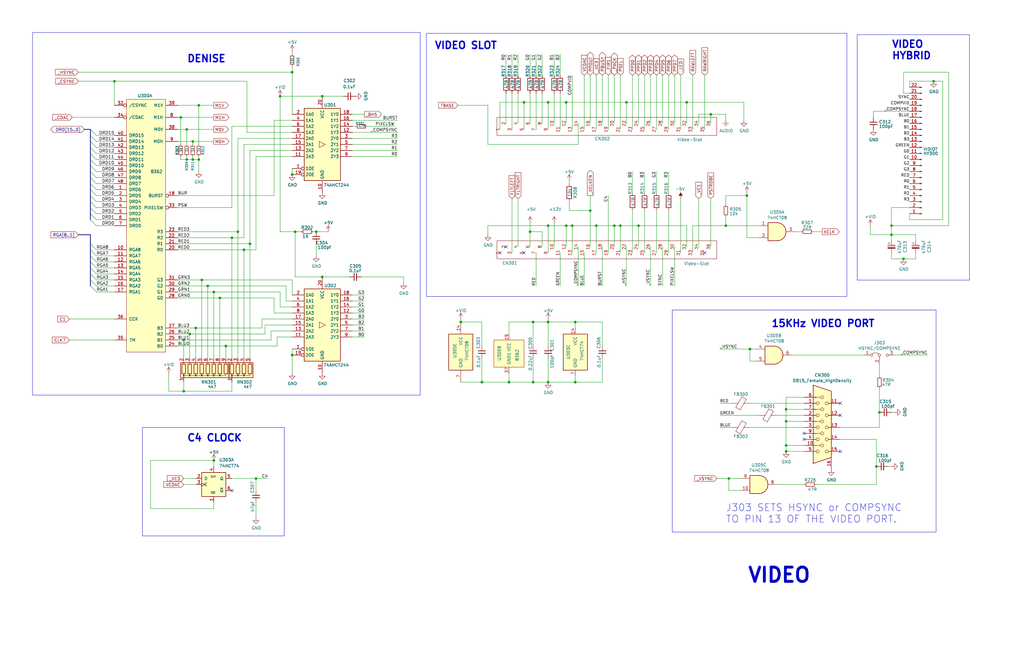
<source format=kicad_sch>
(kicad_sch (version 20231120) (generator "eeschema") (generator_version "8.0")
  (paper "B")
  (title_block (title "AMIGA PCI") (date "2025-03-12") (rev "5.1"))
  (junction (at 223.52 97.79))
  (junction (at 123.19 73.66))
  (junction (at 289.56 43.18))
  (junction (at 231.14 95.25))
  (junction (at 78.74 54.61))
  (junction (at 314.96 82.55))
  (junction (at 76.2 49.53))
  (junction (at 194.31 135.89))
  (junction (at 241.3 95.25))
  (junction (at 248.92 88.9))
  (junction (at 135.89 40.64))
  (junction (at 370.84 173.99))
  (junction (at 242.57 135.89))
  (junction (at 83.82 44.45))
  (junction (at 375.92 99.06))
  (junction (at 123.19 30.48))
  (junction (at 102.87 105.41))
  (junction (at 261.62 95.25))
  (junction (at 90.17 123.19))
  (junction (at 203.2 161.29))
  (junction (at 105.41 102.87))
  (junction (at 97.79 100.33))
  (junction (at 81.28 59.69))
  (junction (at 82.55 138.43))
  (junction (at 316.23 147.32))
  (junction (at 214.63 161.29))
  (junction (at 259.08 95.25))
  (junction (at 393.7 34.29))
  (junction (at 48.26 34.29))
  (junction (at 307.34 201.93))
  (junction (at 331.47 177.8))
  (junction (at 299.72 48.26))
  (junction (at 124.46 97.79))
  (junction (at 331.47 172.72))
  (junction (at 85.09 118.11))
  (junction (at 238.76 43.18))
  (junction (at 231.14 135.89))
  (junction (at 269.24 95.25))
  (junction (at 224.79 161.29))
  (junction (at 100.33 97.79))
  (junction (at 231.14 43.18))
  (junction (at 224.79 135.89))
  (junction (at 369.57 196.85))
  (junction (at 306.07 95.25))
  (junction (at 123.19 149.86))
  (junction (at 81.28 67.31))
  (junction (at 231.14 161.29))
  (junction (at 83.82 67.31))
  (junction (at 331.47 187.96))
  (junction (at 95.25 146.05))
  (junction (at 242.57 161.29))
  (junction (at 118.11 40.64))
  (junction (at 77.47 165.1))
  (junction (at 87.63 120.65))
  (junction (at 381 109.22))
  (junction (at 80.01 140.97))
  (junction (at 107.95 201.93))
  (junction (at 77.47 143.51))
  (junction (at 238.76 95.25))
  (junction (at 331.47 190.5))
  (junction (at 92.71 125.73))
  (junction (at 135.89 116.84))
  (junction (at 220.98 43.18))
  (junction (at 375.92 95.25))
  (junction (at 90.17 194.31))
  (junction (at 264.16 43.18))
  (junction (at 251.46 95.25))
  (junction (at 78.74 67.31))
  (junction (at 133.35 97.79))
  (no_connect (at 213.36 104.14))
  (no_connect (at 210.82 106.68))
  (no_connect (at 354.33 170.18))
  (no_connect (at 339.09 185.42))
  (no_connect (at 354.33 175.26))
  (no_connect (at 97.79 207.01))
  (no_connect (at 297.18 106.68))
  (no_connect (at 220.98 106.68))
  (no_connect (at 354.33 190.5))
  (no_connect (at 339.09 182.88))
  (bus_entry (at 40.64 118.11) (size -2.54 -2.54))
  (bus_entry (at 40.64 77.47) (size -2.54 -2.54))
  (bus_entry (at 40.64 80.01) (size -2.54 -2.54))
  (bus_entry (at 40.64 59.69) (size -2.54 -2.54))
  (bus_entry (at 40.64 85.09) (size -2.54 -2.54))
  (bus_entry (at 40.64 72.39) (size -2.54 -2.54))
  (bus_entry (at 40.64 57.15) (size -2.54 -2.54))
  (bus_entry (at 40.64 62.23) (size -2.54 -2.54))
  (bus_entry (at 40.64 95.25) (size -2.54 -2.54))
  (bus_entry (at 40.64 107.95) (size -2.54 -2.54))
  (bus_entry (at 40.64 113.03) (size -2.54 -2.54))
  (bus_entry (at 40.64 123.19) (size -2.54 -2.54))
  (bus_entry (at 40.64 110.49) (size -2.54 -2.54))
  (bus_entry (at 40.64 82.55) (size -2.54 -2.54))
  (bus_entry (at 40.64 67.31) (size -2.54 -2.54))
  (bus_entry (at 40.64 90.17) (size -2.54 -2.54))
  (bus_entry (at 40.64 120.65) (size -2.54 -2.54))
  (bus_entry (at 40.64 64.77) (size -2.54 -2.54))
  (bus_entry (at 40.64 92.71) (size -2.54 -2.54))
  (bus_entry (at 40.64 69.85) (size -2.54 -2.54))
  (bus_entry (at 40.64 87.63) (size -2.54 -2.54))
  (bus_entry (at 40.64 115.57) (size -2.54 -2.54))
  (bus_entry (at 40.64 105.41) (size -2.54 -2.54))
  (bus_entry (at 40.64 74.93) (size -2.54 -2.54))
  (wire (pts (xy 218.44 104.14) (xy 218.44 83.82)))
  (wire (pts (xy 303.53 180.34) (xy 308.61 180.34)))
  (wire (pts (xy 327.66 175.26) (xy 339.09 175.26)))
  (wire (pts (xy 251.46 54.61) (xy 251.46 31.75)))
  (wire (pts (xy 383.54 34.29) (xy 393.7 34.29)))
  (wire (pts (xy 148.59 55.88) (xy 167.64 55.88)))
  (wire (pts (xy 297.18 54.61) (xy 297.18 31.75)))
  (wire (pts (xy 118.11 129.54) (xy 118.11 123.19)))
  (wire (pts (xy 383.54 92.71) (xy 383.54 90.17)))
  (wire (pts (xy 292.1 95.25) (xy 306.07 95.25)))
  (wire (pts (xy 82.55 138.43) (xy 110.49 138.43)))
  (wire (pts (xy 264.16 43.18) (xy 289.56 43.18)))
  (wire (pts (xy 400.05 30.48) (xy 400.05 95.25)))
  (wire (pts (xy 76.2 49.53) (xy 90.17 49.53)))
  (bus (pts (xy 38.1 54.61) (xy 38.1 57.15)))
  (wire (pts (xy 100.33 97.79) (xy 100.33 151.13)))
  (wire (pts (xy 242.57 161.29) (xy 254 161.29)))
  (wire (pts (xy 203.2 161.29) (xy 194.31 161.29)))
  (wire (pts (xy 215.9 54.61) (xy 215.9 39.37)))
  (wire (pts (xy 226.06 54.61) (xy 226.06 39.37)))
  (wire (pts (xy 254 135.89) (xy 242.57 135.89)))
  (wire (pts (xy 148.59 137.16) (xy 153.67 137.16)))
  (bus (pts (xy 38.1 99.06) (xy 38.1 102.87)))
  (wire (pts (xy 281.94 88.9) (xy 281.94 106.68)))
  (wire (pts (xy 256.54 54.61) (xy 256.54 31.75)))
  (wire (pts (xy 251.46 95.25) (xy 241.3 95.25)))
  (wire (pts (xy 254 104.14) (xy 254 120.65)))
  (wire (pts (xy 74.93 140.97) (xy 80.01 140.97)))
  (wire (pts (xy 231.14 151.13) (xy 231.14 161.29)))
  (wire (pts (xy 170.18 119.38) (xy 170.18 116.84)))
  (wire (pts (xy 303.53 175.26) (xy 320.04 175.26)))
  (wire (pts (xy 48.26 62.23) (xy 40.64 62.23)))
  (wire (pts (xy 82.55 138.43) (xy 82.55 151.13)))
  (wire (pts (xy 241.3 106.68) (xy 241.3 95.25)))
  (wire (pts (xy 231.14 95.25) (xy 205.74 95.25)))
  (wire (pts (xy 381 30.48) (xy 400.05 30.48)))
  (wire (pts (xy 193.04 44.45) (xy 205.74 44.45)))
  (wire (pts (xy 81.28 67.31) (xy 83.82 67.31)))
  (wire (pts (xy 299.72 52.07) (xy 299.72 48.26)))
  (wire (pts (xy 224.79 146.05) (xy 224.79 135.89)))
  (wire (pts (xy 48.26 87.63) (xy 40.64 87.63)))
  (wire (pts (xy 254 161.29) (xy 254 151.13)))
  (wire (pts (xy 77.47 165.1) (xy 71.12 165.1)))
  (wire (pts (xy 370.84 153.67) (xy 370.84 158.75)))
  (wire (pts (xy 256.54 82.55) (xy 256.54 106.68)))
  (wire (pts (xy 40.64 118.11) (xy 48.26 118.11)))
  (wire (pts (xy 246.38 106.68) (xy 246.38 120.65)))
  (wire (pts (xy 74.93 125.73) (xy 92.71 125.73)))
  (wire (pts (xy 144.78 40.64) (xy 135.89 40.64)))
  (wire (pts (xy 148.59 142.24) (xy 153.67 142.24)))
  (bus (pts (xy 38.1 110.49) (xy 38.1 113.03)))
  (wire (pts (xy 40.64 90.17) (xy 48.26 90.17)))
  (wire (pts (xy 203.2 146.05) (xy 203.2 135.89)))
  (wire (pts (xy 77.47 143.51) (xy 114.3 143.51)))
  (wire (pts (xy 105.41 102.87) (xy 105.41 63.5)))
  (wire (pts (xy 218.44 52.07) (xy 218.44 39.37)))
  (wire (pts (xy 299.72 48.26) (xy 306.07 48.26)))
  (wire (pts (xy 203.2 151.13) (xy 203.2 161.29)))
  (wire (pts (xy 83.82 44.45) (xy 83.82 60.96)))
  (wire (pts (xy 194.31 134.62) (xy 194.31 135.89)))
  (wire (pts (xy 367.03 99.06) (xy 367.03 95.25)))
  (wire (pts (xy 104.14 55.88) (xy 104.14 34.29)))
  (wire (pts (xy 224.79 135.89) (xy 231.14 135.89)))
  (wire (pts (xy 251.46 106.68) (xy 251.46 95.25)))
  (wire (pts (xy 147.32 116.84) (xy 135.89 116.84)))
  (wire (pts (xy 33.02 30.48) (xy 123.19 30.48)))
  (wire (pts (xy 274.32 104.14) (xy 274.32 120.65)))
  (wire (pts (xy 102.87 105.41) (xy 107.95 105.41)))
  (wire (pts (xy 48.26 67.31) (xy 40.64 67.31)))
  (wire (pts (xy 240.03 88.9) (xy 248.92 88.9)))
  (wire (pts (xy 74.93 87.63) (xy 97.79 87.63)))
  (wire (pts (xy 231.14 161.29) (xy 242.57 161.29)))
  (wire (pts (xy 238.76 43.18) (xy 264.16 43.18)))
  (wire (pts (xy 102.87 100.33) (xy 102.87 60.96)))
  (wire (pts (xy 48.26 49.53) (xy 30.48 49.53)))
  (wire (pts (xy 316.23 170.18) (xy 339.09 170.18)))
  (wire (pts (xy 124.46 97.79) (xy 127 97.79)))
  (wire (pts (xy 241.3 54.61) (xy 241.3 31.75)))
  (wire (pts (xy 107.95 201.93) (xy 113.03 201.93)))
  (wire (pts (xy 48.26 44.45) (xy 48.26 34.29)))
  (wire (pts (xy 294.64 52.07) (xy 294.64 48.26)))
  (wire (pts (xy 377.19 149.86) (xy 391.16 149.86)))
  (wire (pts (xy 223.52 31.75) (xy 223.52 22.86)))
  (wire (pts (xy 238.76 52.07) (xy 238.76 43.18)))
  (wire (pts (xy 284.48 52.07) (xy 284.48 31.75)))
  (wire (pts (xy 294.64 104.14) (xy 294.64 83.82)))
  (wire (pts (xy 231.14 146.05) (xy 231.14 135.89)))
  (wire (pts (xy 40.64 107.95) (xy 48.26 107.95)))
  (wire (pts (xy 78.74 67.31) (xy 81.28 67.31)))
  (wire (pts (xy 316.23 147.32) (xy 318.77 147.32)))
  (wire (pts (xy 74.93 82.55) (xy 115.57 82.55)))
  (wire (pts (xy 203.2 135.89) (xy 194.31 135.89)))
  (wire (pts (xy 312.42 207.01) (xy 307.34 207.01)))
  (wire (pts (xy 220.98 54.61) (xy 220.98 43.18)))
  (wire (pts (xy 40.64 74.93) (xy 48.26 74.93)))
  (wire (pts (xy 383.54 87.63) (xy 375.92 87.63)))
  (wire (pts (xy 40.64 110.49) (xy 48.26 110.49)))
  (wire (pts (xy 74.93 143.51) (xy 77.47 143.51)))
  (wire (pts (xy 154.94 53.34) (xy 166.37 53.34)))
  (wire (pts (xy 231.14 135.89) (xy 242.57 135.89)))
  (wire (pts (xy 264.16 52.07) (xy 264.16 43.18)))
  (wire (pts (xy 276.86 88.9) (xy 276.86 106.68)))
  (wire (pts (xy 114.3 139.7) (xy 123.19 139.7)))
  (wire (pts (xy 48.26 92.71) (xy 40.64 92.71)))
  (wire (pts (xy 48.26 77.47) (xy 40.64 77.47)))
  (wire (pts (xy 48.26 72.39) (xy 40.64 72.39)))
  (wire (pts (xy 246.38 54.61) (xy 246.38 31.75)))
  (wire (pts (xy 242.57 135.89) (xy 242.57 138.43)))
  (bus (pts (xy 38.1 72.39) (xy 38.1 74.93)))
  (wire (pts (xy 90.17 214.63) (xy 63.5 214.63)))
  (wire (pts (xy 148.59 66.04) (xy 167.64 66.04)))
  (wire (pts (xy 233.68 104.14) (xy 233.68 93.98)))
  (wire (pts (xy 289.56 104.14) (xy 289.56 95.25)))
  (wire (pts (xy 240.03 85.09) (xy 240.03 88.9)))
  (wire (pts (xy 254 52.07) (xy 254 31.75)))
  (wire (pts (xy 292.1 54.61) (xy 292.1 31.75)))
  (wire (pts (xy 346.71 97.79) (xy 342.9 97.79)))
  (wire (pts (xy 377.19 173.99) (xy 375.92 173.99)))
  (wire (pts (xy 123.19 149.86) (xy 123.19 157.48)))
  (wire (pts (xy 123.19 22.86) (xy 123.19 21.59)))
  (wire (pts (xy 223.52 97.79) (xy 223.52 93.98)))
  (wire (pts (xy 314.96 82.55) (xy 314.96 81.28)))
  (wire (pts (xy 316.23 152.4) (xy 316.23 147.32)))
  (wire (pts (xy 233.68 52.07) (xy 233.68 39.37)))
  (wire (pts (xy 123.19 30.48) (xy 123.19 48.26)))
  (wire (pts (xy 299.72 104.14) (xy 299.72 83.82)))
  (wire (pts (xy 307.34 207.01) (xy 307.34 201.93)))
  (wire (pts (xy 383.54 39.37) (xy 381 39.37)))
  (wire (pts (xy 102.87 60.96) (xy 123.19 60.96)))
  (wire (pts (xy 215.9 106.68) (xy 215.9 83.82)))
  (wire (pts (xy 375.92 196.85) (xy 374.65 196.85)))
  (wire (pts (xy 74.93 49.53) (xy 76.2 49.53)))
  (wire (pts (xy 148.59 48.26) (xy 153.67 48.26)))
  (wire (pts (xy 80.01 140.97) (xy 111.76 140.97)))
  (wire (pts (xy 302.26 201.93) (xy 307.34 201.93)))
  (wire (pts (xy 97.79 53.34) (xy 97.79 87.63)))
  (wire (pts (xy 205.74 44.45) (xy 205.74 60.96)))
  (wire (pts (xy 74.93 54.61) (xy 78.74 54.61)))
  (bus (pts (xy 38.1 57.15) (xy 38.1 59.69)))
  (wire (pts (xy 327.66 204.47) (xy 339.09 204.47)))
  (wire (pts (xy 370.84 163.83) (xy 370.84 173.99)))
  (wire (pts (xy 148.59 60.96) (xy 167.64 60.96)))
  (wire (pts (xy 386.08 109.22) (xy 381 109.22)))
  (wire (pts (xy 339.09 172.72) (xy 331.47 172.72)))
  (wire (pts (xy 148.59 139.7) (xy 153.67 139.7)))
  (wire (pts (xy 279.4 120.65) (xy 279.4 104.14)))
  (wire (pts (xy 87.63 120.65) (xy 87.63 151.13)))
  (wire (pts (xy 148.59 134.62) (xy 153.67 134.62)))
  (wire (pts (xy 334.01 149.86) (xy 364.49 149.86)))
  (bus (pts (xy 38.1 115.57) (xy 38.1 118.11)))
  (wire (pts (xy 133.35 97.79) (xy 138.43 97.79)))
  (wire (pts (xy 83.82 72.39) (xy 83.82 67.31)))
  (wire (pts (xy 231.14 106.68) (xy 231.14 95.25)))
  (wire (pts (xy 123.19 71.12) (xy 123.19 73.66)))
  (wire (pts (xy 123.19 142.24) (xy 116.84 142.24)))
  (wire (pts (xy 266.7 72.39) (xy 266.7 81.28)))
  (wire (pts (xy 123.19 137.16) (xy 111.76 137.16)))
  (wire (pts (xy 77.47 201.93) (xy 82.55 201.93)))
  (wire (pts (xy 370.84 173.99) (xy 370.84 180.34)))
  (wire (pts (xy 228.6 97.79) (xy 223.52 97.79)))
  (wire (pts (xy 74.93 102.87) (xy 105.41 102.87)))
  (wire (pts (xy 306.07 86.36) (xy 306.07 82.55)))
  (wire (pts (xy 170.18 116.84) (xy 152.4 116.84)))
  (wire (pts (xy 148.59 50.8) (xy 167.64 50.8)))
  (bus (pts (xy 38.1 62.23) (xy 38.1 64.77)))
  (wire (pts (xy 40.64 123.19) (xy 48.26 123.19)))
  (wire (pts (xy 331.47 167.64) (xy 331.47 172.72)))
  (wire (pts (xy 243.84 60.96) (xy 243.84 52.07)))
  (wire (pts (xy 276.86 72.39) (xy 276.86 81.28)))
  (bus (pts (xy 38.1 102.87) (xy 38.1 105.41)))
  (wire (pts (xy 63.5 194.31) (xy 90.17 194.31)))
  (wire (pts (xy 40.64 105.41) (xy 48.26 105.41)))
  (wire (pts (xy 63.5 214.63) (xy 63.5 194.31)))
  (wire (pts (xy 40.64 120.65) (xy 48.26 120.65)))
  (wire (pts (xy 81.28 59.69) (xy 90.17 59.69)))
  (wire (pts (xy 77.47 204.47) (xy 82.55 204.47)))
  (wire (pts (xy 228.6 104.14) (xy 228.6 97.79)))
  (wire (pts (xy 386.08 106.68) (xy 386.08 109.22)))
  (wire (pts (xy 115.57 132.08) (xy 123.19 132.08)))
  (wire (pts (xy 386.08 99.06) (xy 386.08 101.6)))
  (wire (pts (xy 284.48 104.14) (xy 284.48 120.65)))
  (wire (pts (xy 40.64 113.03) (xy 48.26 113.03)))
  (wire (pts (xy 123.19 129.54) (xy 118.11 129.54)))
  (wire (pts (xy 276.86 54.61) (xy 276.86 31.75)))
  (wire (pts (xy 368.3 46.99) (xy 368.3 49.53)))
  (wire (pts (xy 48.26 34.29) (xy 104.14 34.29)))
  (wire (pts (xy 81.28 59.69) (xy 81.28 60.96)))
  (wire (pts (xy 87.63 120.65) (xy 120.65 120.65)))
  (wire (pts (xy 269.24 52.07) (xy 269.24 31.75)))
  (wire (pts (xy 266.7 54.61) (xy 266.7 31.75)))
  (wire (pts (xy 248.92 52.07) (xy 248.92 31.75)))
  (bus (pts (xy 35.56 54.61) (xy 38.1 54.61)))
  (wire (pts (xy 266.7 88.9) (xy 266.7 106.68)))
  (wire (pts (xy 110.49 134.62) (xy 110.49 138.43)))
  (wire (pts (xy 107.95 66.04) (xy 107.95 105.41)))
  (wire (pts (xy 123.19 147.32) (xy 123.19 149.86)))
  (wire (pts (xy 397.51 34.29) (xy 397.51 92.71)))
  (wire (pts (xy 313.69 43.18) (xy 313.69 50.8)))
  (wire (pts (xy 40.64 85.09) (xy 48.26 85.09)))
  (wire (pts (xy 77.47 161.29) (xy 77.47 165.1)))
  (bus (pts (xy 38.1 77.47) (xy 38.1 80.01)))
  (bus (pts (xy 38.1 80.01) (xy 38.1 82.55)))
  (wire (pts (xy 269.24 95.25) (xy 261.62 95.25)))
  (wire (pts (xy 236.22 106.68) (xy 236.22 120.65)))
  (wire (pts (xy 238.76 95.25) (xy 231.14 95.25)))
  (wire (pts (xy 74.93 59.69) (xy 81.28 59.69)))
  (wire (pts (xy 292.1 106.68) (xy 292.1 95.25)))
  (wire (pts (xy 148.59 53.34) (xy 149.86 53.34)))
  (wire (pts (xy 231.14 134.62) (xy 231.14 135.89)))
  (wire (pts (xy 214.63 157.48) (xy 214.63 161.29)))
  (wire (pts (xy 203.2 161.29) (xy 214.63 161.29)))
  (wire (pts (xy 148.59 129.54) (xy 153.67 129.54)))
  (wire (pts (xy 224.79 161.29) (xy 231.14 161.29)))
  (wire (pts (xy 339.09 187.96) (xy 331.47 187.96)))
  (wire (pts (xy 83.82 44.45) (xy 90.17 44.45)))
  (wire (pts (xy 148.59 124.46) (xy 153.67 124.46)))
  (wire (pts (xy 76.2 49.53) (xy 76.2 60.96)))
  (wire (pts (xy 123.19 27.94) (xy 123.19 30.48)))
  (wire (pts (xy 148.59 127) (xy 153.67 127)))
  (wire (pts (xy 236.22 54.61) (xy 236.22 39.37)))
  (bus (pts (xy 38.1 118.11) (xy 38.1 120.65)))
  (bus (pts (xy 38.1 87.63) (xy 38.1 90.17)))
  (wire (pts (xy 40.64 69.85) (xy 48.26 69.85)))
  (bus (pts (xy 38.1 113.03) (xy 38.1 115.57)))
  (wire (pts (xy 71.12 157.48) (xy 71.12 165.1)))
  (wire (pts (xy 259.08 52.07) (xy 259.08 31.75)))
  (wire (pts (xy 261.62 106.68) (xy 261.62 95.25)))
  (wire (pts (xy 97.79 161.29) (xy 97.79 165.1)))
  (wire (pts (xy 74.93 44.45) (xy 83.82 44.45)))
  (wire (pts (xy 261.62 54.61) (xy 261.62 31.75)))
  (wire (pts (xy 316.23 147.32) (xy 303.53 147.32)))
  (wire (pts (xy 331.47 190.5) (xy 339.09 190.5)))
  (wire (pts (xy 215.9 31.75) (xy 215.9 22.86)))
  (wire (pts (xy 97.79 201.93) (xy 107.95 201.93)))
  (wire (pts (xy 214.63 135.89) (xy 214.63 140.97)))
  (wire (pts (xy 95.25 146.05) (xy 95.25 151.13)))
  (wire (pts (xy 228.6 31.75) (xy 228.6 22.86)))
  (wire (pts (xy 213.36 52.07) (xy 213.36 39.37)))
  (bus (pts (xy 38.1 74.93) (xy 38.1 77.47)))
  (wire (pts (xy 102.87 105.41) (xy 102.87 151.13)))
  (wire (pts (xy 306.07 82.55) (xy 314.96 82.55)))
  (wire (pts (xy 287.02 54.61) (xy 287.02 31.75)))
  (wire (pts (xy 123.19 66.04) (xy 107.95 66.04)))
  (bus (pts (xy 38.1 67.31) (xy 38.1 69.85)))
  (wire (pts (xy 339.09 177.8) (xy 331.47 177.8)))
  (wire (pts (xy 90.17 212.09) (xy 90.17 214.63)))
  (bus (pts (xy 38.1 69.85) (xy 38.1 72.39)))
  (wire (pts (xy 240.03 76.2) (xy 240.03 77.47)))
  (wire (pts (xy 83.82 67.31) (xy 83.82 66.04)))
  (wire (pts (xy 92.71 125.73) (xy 92.71 151.13)))
  (wire (pts (xy 95.25 146.05) (xy 116.84 146.05)))
  (wire (pts (xy 100.33 97.79) (xy 100.33 58.42)))
  (wire (pts (xy 40.64 115.57) (xy 48.26 115.57)))
  (wire (pts (xy 369.57 196.85) (xy 369.57 185.42)))
  (wire (pts (xy 214.63 135.89) (xy 224.79 135.89)))
  (wire (pts (xy 289.56 52.07) (xy 289.56 43.18)))
  (wire (pts (xy 231.14 54.61) (xy 231.14 43.18)))
  (wire (pts (xy 220.98 43.18) (xy 231.14 43.18)))
  (bus (pts (xy 38.1 85.09) (xy 38.1 87.63)))
  (wire (pts (xy 306.07 95.25) (xy 320.04 95.25)))
  (wire (pts (xy 97.79 53.34) (xy 123.19 53.34)))
  (wire (pts (xy 29.21 143.51) (xy 48.26 143.51)))
  (wire (pts (xy 400.05 95.25) (xy 375.92 95.25)))
  (wire (pts (xy 236.22 31.75) (xy 236.22 22.86)))
  (bus (pts (xy 38.1 82.55) (xy 38.1 85.09)))
  (wire (pts (xy 135.89 40.64) (xy 118.11 40.64)))
  (wire (pts (xy 81.28 66.04) (xy 81.28 67.31)))
  (wire (pts (xy 77.47 165.1) (xy 97.79 165.1)))
  (wire (pts (xy 274.32 52.07) (xy 274.32 31.75)))
  (wire (pts (xy 124.46 97.79) (xy 124.46 116.84)))
  (wire (pts (xy 92.71 125.73) (xy 115.57 125.73)))
  (wire (pts (xy 90.17 194.31) (xy 90.17 196.85)))
  (wire (pts (xy 107.95 212.09) (xy 107.95 218.44)))
  (wire (pts (xy 123.19 127) (xy 120.65 127)))
  (wire (pts (xy 314.96 100.33) (xy 320.04 100.33)))
  (wire (pts (xy 74.93 97.79) (xy 100.33 97.79)))
  (wire (pts (xy 381 109.22) (xy 375.92 109.22)))
  (wire (pts (xy 148.59 58.42) (xy 167.64 58.42)))
  (wire (pts (xy 289.56 43.18) (xy 313.69 43.18)))
  (wire (pts (xy 97.79 100.33) (xy 97.79 151.13)))
  (bus (pts (xy 38.1 64.77) (xy 38.1 67.31)))
  (wire (pts (xy 248.92 82.55) (xy 248.92 88.9)))
  (wire (pts (xy 264.16 104.14) (xy 264.16 120.65)))
  (wire (pts (xy 243.84 104.14) (xy 243.84 120.65)))
  (wire (pts (xy 115.57 50.8) (xy 123.19 50.8)))
  (wire (pts (xy 331.47 187.96) (xy 331.47 190.5)))
  (wire (pts (xy 339.09 180.34) (xy 316.23 180.34)))
  (wire (pts (xy 85.09 118.11) (xy 85.09 151.13)))
  (wire (pts (xy 344.17 204.47) (xy 369.57 204.47)))
  (wire (pts (xy 375.92 109.22) (xy 375.92 106.68)))
  (wire (pts (xy 78.74 54.61) (xy 78.74 60.96)))
  (wire (pts (xy 76.2 66.04) (xy 76.2 67.31)))
  (wire (pts (xy 381 39.37) (xy 381 30.48)))
  (wire (pts (xy 107.95 201.93) (xy 107.95 207.01)))
  (wire (pts (xy 303.53 170.18) (xy 308.61 170.18)))
  (wire (pts (xy 48.26 34.29) (xy 33.02 34.29)))
  (wire (pts (xy 115.57 125.73) (xy 115.57 132.08)))
  (wire (pts (xy 85.09 118.11) (xy 123.19 118.11)))
  (wire (pts (xy 111.76 137.16) (xy 111.76 140.97)))
  (wire (pts (xy 226.06 31.75) (xy 226.06 22.86)))
  (wire (pts (xy 74.93 138.43) (xy 82.55 138.43)))
  (wire (pts (xy 259.08 104.14) (xy 259.08 95.25)))
  (wire (pts (xy 306.07 48.26) (xy 306.07 50.8)))
  (wire (pts (xy 226.06 106.68) (xy 226.06 120.65)))
  (wire (pts (xy 287.02 83.82) (xy 287.02 106.68)))
  (wire (pts (xy 40.64 95.25) (xy 48.26 95.25)))
  (bus (pts (xy 38.1 107.95) (xy 38.1 110.49)))
  (wire (pts (xy 312.42 201.93) (xy 307.34 201.93)))
  (wire (pts (xy 369.57 204.47) (xy 369.57 196.85)))
  (wire (pts (xy 393.7 34.29) (xy 397.51 34.29)))
  (wire (pts (xy 105.41 63.5) (xy 123.19 63.5)))
  (wire (pts (xy 90.17 123.19) (xy 118.11 123.19)))
  (wire (pts (xy 281.94 54.61) (xy 281.94 31.75)))
  (wire (pts (xy 339.09 167.64) (xy 331.47 167.64)))
  (wire (pts (xy 116.84 142.24) (xy 116.84 146.05)))
  (wire (pts (xy 210.82 43.18) (xy 220.98 43.18)))
  (wire (pts (xy 148.59 63.5) (xy 167.64 63.5)))
  (wire (pts (xy 78.74 54.61) (xy 90.17 54.61)))
  (wire (pts (xy 369.57 185.42) (xy 354.33 185.42)))
  (wire (pts (xy 100.33 58.42) (xy 123.19 58.42)))
  (wire (pts (xy 238.76 104.14) (xy 238.76 95.25)))
  (wire (pts (xy 133.35 102.87) (xy 133.35 107.95)))
  (wire (pts (xy 375.92 95.25) (xy 375.92 99.06)))
  (wire (pts (xy 231.14 43.18) (xy 238.76 43.18)))
  (bus (pts (xy 38.1 59.69) (xy 38.1 62.23)))
  (wire (pts (xy 271.78 88.9) (xy 271.78 106.68)))
  (wire (pts (xy 74.93 105.41) (xy 102.87 105.41)))
  (wire (pts (xy 331.47 172.72) (xy 331.47 177.8)))
  (wire (pts (xy 375.92 99.06) (xy 386.08 99.06)))
  (wire (pts (xy 214.63 161.29) (xy 224.79 161.29)))
  (wire (pts (xy 269.24 104.14) (xy 269.24 95.25)))
  (wire (pts (xy 254 146.05) (xy 254 135.89)))
  (wire (pts (xy 97.79 100.33) (xy 102.87 100.33)))
  (wire (pts (xy 210.82 54.61) (xy 210.82 43.18)))
  (wire (pts (xy 279.4 52.07) (xy 279.4 31.75)))
  (wire (pts (xy 242.57 161.29) (xy 242.57 158.75)))
  (wire (pts (xy 105.41 102.87) (xy 105.41 151.13)))
  (wire (pts (xy 233.68 31.75) (xy 233.68 22.86)))
  (wire (pts (xy 115.57 82.55) (xy 115.57 50.8)))
  (wire (pts (xy 48.26 57.15) (xy 40.64 57.15)))
  (bus (pts (xy 38.1 105.41) (xy 38.1 107.95)))
  (wire (pts (xy 271.78 54.61) (xy 271.78 31.75)))
  (wire (pts (xy 205.74 95.25) (xy 205.74 99.06)))
  (wire (pts (xy 74.93 146.05) (xy 95.25 146.05)))
  (wire (pts (xy 271.78 72.39) (xy 271.78 81.28)))
  (wire (pts (xy 223.52 104.14) (xy 223.52 97.79)))
  (wire (pts (xy 228.6 52.07) (xy 228.6 39.37)))
  (wire (pts (xy 248.92 88.9) (xy 248.92 104.14)))
  (wire (pts (xy 29.21 134.62) (xy 48.26 134.62)))
  (wire (pts (xy 205.74 60.96) (xy 243.84 60.96)))
  (wire (pts (xy 123.19 124.46) (xy 123.19 118.11)))
  (bus (pts (xy 38.1 99.06) (xy 33.02 99.06)))
  (wire (pts (xy 318.77 152.4) (xy 316.23 152.4)))
  (wire (pts (xy 375.92 101.6) (xy 375.92 99.06)))
  (wire (pts (xy 90.17 123.19) (xy 90.17 151.13)))
  (wire (pts (xy 397.51 92.71) (xy 383.54 92.71)))
  (wire (pts (xy 148.59 132.08) (xy 153.67 132.08)))
  (wire (pts (xy 74.93 120.65) (xy 87.63 120.65)))
  (wire (pts (xy 76.2 67.31) (xy 78.74 67.31)))
  (wire (pts (xy 114.3 143.51) (xy 114.3 139.7)))
  (wire (pts (xy 74.93 100.33) (xy 97.79 100.33)))
  (wire (pts (xy 281.94 72.39) (xy 281.94 81.28)))
  (wire (pts (xy 331.47 177.8) (xy 331.47 187.96)))
  (wire (pts (xy 74.93 118.11) (xy 85.09 118.11)))
  (wire (pts (xy 132.08 97.79) (xy 133.35 97.79)))
  (wire (pts (xy 40.64 80.01) (xy 48.26 80.01)))
  (wire (pts (xy 135.89 116.84) (xy 124.46 116.84)))
  (wire (pts (xy 48.26 82.55) (xy 40.64 82.55)))
  (wire (pts (xy 259.08 95.25) (xy 251.46 95.25)))
  (wire (pts (xy 375.92 87.63) (xy 375.92 95.25)))
  (wire (pts (xy 383.54 46.99) (xy 368.3 46.99)))
  (wire (pts (xy 367.03 99.06) (xy 375.92 99.06)))
  (wire (pts (xy 314.96 82.55) (xy 314.96 100.33)))
  (wire (pts (xy 223.52 52.07) (xy 223.52 39.37)))
  (wire (pts (xy 74.93 123.19) (xy 90.17 123.19)))
  (bus (pts (xy 38.1 90.17) (xy 38.1 92.71)))
  (wire (pts (xy 218.44 31.75) (xy 218.44 22.86)))
  (wire (pts (xy 78.74 66.04) (xy 78.74 67.31)))
  (wire (pts (xy 241.3 95.25) (xy 238.76 95.25)))
  (wire (pts (xy 80.01 140.97) (xy 80.01 151.13)))
  (wire (pts (xy 224.79 151.13) (xy 224.79 161.29)))
  (wire (pts (xy 289.56 95.25) (xy 269.24 95.25)))
  (wire (pts (xy 383.54 36.83) (xy 383.54 34.29)))
  (wire (pts (xy 123.19 55.88) (xy 104.14 55.88)))
  (wire (pts (xy 40.64 64.77) (xy 48.26 64.77)))
  (wire (pts (xy 118.11 97.79) (xy 124.46 97.79)))
  (wire (pts (xy 294.64 48.26) (xy 299.72 48.26)))
  (wire (pts (xy 213.36 31.75) (xy 213.36 22.86)))
  (wire (pts (xy 118.11 40.64) (xy 118.11 97.79)))
  (wire (pts (xy 306.07 91.44) (xy 306.07 95.25)))
  (wire (pts (xy 354.33 180.34) (xy 370.84 180.34)))
  (wire (pts (xy 120.65 127) (xy 120.65 120.65)))
  (wire (pts (xy 261.62 95.25) (xy 259.08 95.25)))
  (wire (pts (xy 123.19 134.62) (xy 110.49 134.62)))
  (wire (pts (xy 40.64 59.69) (xy 48.26 59.69)))
  (wire (pts (xy 77.47 143.51) (xy 77.47 151.13)))
  (wire (pts (xy 337.82 97.79) (xy 335.28 97.79)))
  (rectangle (start 13.716 13.716) (end 177.165 166.751))
  (rectangle (start 179.832 14.097) (end 357.124 125.095))
  (rectangle (start 361.442 14.605) (end 408.813 118.237))
  (rectangle (start 283.464 130.81) (end 394.716 224.536))
  (rectangle (start 60.071 180.34) (end 119.888 226.187))
  (text "VIDEO SLOT" (at 183.134 21.082 0) (effects (font (size 3 3) (bold yes)) (justify left bottom)))
  (text "J303 SETS HSYNC or COMPSYNC\nTO PIN 13 OF THE VIDEO PORT." (at 306.07 220.98 0) (effects (font (size 2.9972 2.9972)) (justify left bottom)))
  (text "VIDEO\nHYBRID" (at 375.92 25.4 0) (effects (font (size 3 3) (bold yes)) (justify left bottom)))
  (text "DENISE" (at 78.74 26.67 0) (effects (font (size 3 3) (thickness 0.6) (bold yes)) (justify left bottom)))
  (text "C4 CLOCK" (at 78.74 186.69 0) (effects (font (size 3 3) (thickness 0.6) (bold yes)) (justify left bottom)))
  (text "15KHz VIDEO PORT" (at 325.12 138.43 0) (effects (font (size 3 3) (bold yes)) (justify left bottom)))
  (text "VIDEO" (at 314.96 246.38 0) (effects (font (size 6 6) (thickness 1.2) (bold yes)) (justify left bottom)))
  (label "DRD4" (at 48.26 85.09 180) (effects (font (size 1.2954 1.2954))))
  (label "RGA5" (at 40.64 113.03 0) (effects (font (size 1.2954 1.2954))))
  (label "DRD5" (at 48.26 82.55 180) (effects (font (size 1.2954 1.2954))))
  (label "BLUE" (at 246.38 120.65 90) (effects (font (size 1.1938 1.1938))))
  (label "B1" (at 383.54 54.61 180) (effects (font (size 1.1938 1.1938))))
  (label "G2" (at 228.6 22.86 270))
  (label "R2" (at 383.54 82.55 180) (effects (font (size 1.1938 1.1938))))
  (label "R0" (at 213.36 22.86 270))
  (label "G2" (at 383.54 69.85 180) (effects (font (size 1.1938 1.1938))))
  (label "G3" (at 276.86 72.39 270))
  (label "DRD13" (at 48.26 62.23 180) (effects (font (size 1.2954 1.2954))))
  (label "B1" (at 153.67 139.7 180))
  (label "BLU3" (at 74.93 138.43 0))
  (label "PSW" (at 74.93 87.63 0))
  (label "RED2" (at 74.93 100.33 0))
  (label "COMPVID" (at 241.3 31.75 270))
  (label "BLU1" (at 74.93 143.51 0))
  (label "B0" (at 153.67 142.24 180))
  (label "DRD3" (at 48.26 87.63 180) (effects (font (size 1.2954 1.2954))))
  (label "BLUE" (at 383.54 49.53 180) (effects (font (size 1.1938 1.1938))))
  (label "GRN1" (at 74.93 123.19 0))
  (label "RED3" (at 74.93 97.79 0))
  (label "G1" (at 226.06 22.86 270))
  (label "RGA4" (at 40.64 115.57 0) (effects (font (size 1.2954 1.2954))))
  (label "R3" (at 383.54 85.09 180) (effects (font (size 1.1938 1.1938))))
  (label "B1" (at 233.68 22.86 270))
  (label "RGA6" (at 40.64 110.49 0) (effects (font (size 1.2954 1.2954))))
  (label "B3" (at 271.78 72.39 270))
  (label "B2" (at 383.54 57.15 180) (effects (font (size 1.1938 1.1938))))
  (label "COMPVID" (at 383.54 44.45 180) (effects (font (size 1.1938 1.1938))))
  (label "RGA3" (at 40.64 118.11 0) (effects (font (size 1.2954 1.2954))))
  (label "SYNC" (at 279.4 120.65 90))
  (label "B0" (at 266.7 72.39 270))
  (label "DRD2" (at 48.26 90.17 180) (effects (font (size 1.2954 1.2954))))
  (label "GREEN" (at 236.22 120.65 90) (effects (font (size 1.1938 1.1938))))
  (label "GREEN" (at 303.53 175.26 0) (effects (font (size 1.1938 1.1938))))
  (label "DRD12" (at 48.26 64.77 180) (effects (font (size 1.2954 1.2954))))
  (label "DRD0" (at 48.26 95.25 180) (effects (font (size 1.2954 1.2954))))
  (label "BUR" (at 74.93 82.55 0))
  (label "RED0" (at 74.93 105.41 0))
  (label "_COMPSYNC" (at 243.84 120.65 90) (effects (font (size 1.1938 1.1938))))
  (label "C4" (at 256.54 82.55 270))
  (label "R0" (at 383.54 77.47 180) (effects (font (size 1.1938 1.1938))))
  (label "B0" (at 383.54 52.07 180) (effects (font (size 1.1938 1.1938))))
  (label "RGA2" (at 40.64 120.65 0) (effects (font (size 1.2954 1.2954))))
  (label "R2" (at 167.64 60.96 180))
  (label "BURST" (at 254 120.65 90))
  (label "G1" (at 153.67 129.54 180))
  (label "DRD14" (at 48.26 59.69 180) (effects (font (size 1.2954 1.2954))))
  (label "DRD7" (at 48.26 77.47 180) (effects (font (size 1.2954 1.2954))))
  (label "B3" (at 383.54 59.69 180) (effects (font (size 1.1938 1.1938))))
  (label "DRD11" (at 48.26 67.31 180) (effects (font (size 1.2954 1.2954))))
  (label "R3" (at 281.94 72.39 270))
  (label "_COMPSYNC" (at 167.64 55.88 180))
  (label "DRD10" (at 48.26 69.85 180) (effects (font (size 1.2954 1.2954))))
  (label "R1" (at 215.9 22.86 270))
  (label "PIXELSW" (at 166.37 53.34 180))
  (label "RED1" (at 74.93 102.87 0))
  (label "_COMPSYNC" (at 391.16 149.86 180))
  (label "B2" (at 153.67 137.16 180))
  (label "GRN3" (at 74.93 118.11 0))
  (label "RGA8" (at 40.64 105.41 0) (effects (font (size 1.2954 1.2954))))
  (label "G0" (at 223.52 22.86 270))
  (label "G3" (at 383.54 72.39 180) (effects (font (size 1.1938 1.1938))))
  (label "R0" (at 167.64 66.04 180))
  (label "BLU2" (at 74.93 140.97 0))
  (label "_VSYNC" (at 274.32 120.65 90))
  (label "BLU0" (at 74.93 146.05 0))
  (label "DRD15" (at 48.26 57.15 180) (effects (font (size 1.2954 1.2954))))
  (label "PIXELSW" (at 284.48 120.65 90))
  (label "G3" (at 153.67 124.46 180))
  (label "BURST" (at 167.64 50.8 180))
  (label "DRD8" (at 48.26 74.93 180) (effects (font (size 1.2954 1.2954))))
  (label "B3" (at 153.67 134.62 180))
  (label "R2" (at 218.44 22.86 270))
  (label "DRD1" (at 48.26 92.71 180) (effects (font (size 1.2954 1.2954))))
  (label "_HSYNC" (at 264.16 120.65 90))
  (label "RED" (at 303.53 170.18 0) (effects (font (size 1.1938 1.1938))))
  (label "R1" (at 167.64 63.5 180))
  (label "B2" (at 236.22 22.86 270))
  (label "GRN2" (at 74.93 120.65 0))
  (label "BLUE" (at 303.53 180.34 0) (effects (font (size 1.1938 1.1938))))
  (label "G0" (at 383.54 64.77 180) (effects (font (size 1.1938 1.1938))))
  (label "RED" (at 383.54 74.93 180) (effects (font (size 1.1938 1.1938))))
  (label "C4" (at 113.03 201.93 180))
  (label "R3" (at 167.64 58.42 180))
  (label "RGA7" (at 40.64 107.95 0) (effects (font (size 1.2954 1.2954))))
  (label "_HSYNC" (at 303.53 147.32 0))
  (label "G0" (at 153.67 132.08 180))
  (label "RGA1" (at 40.64 123.19 0) (effects (font (size 1.2954 1.2954))))
  (label "DRD6" (at 48.26 80.01 180) (effects (font (size 1.2954 1.2954))))
  (label "GREEN" (at 383.54 62.23 180) (effects (font (size 1.1938 1.1938))))
  (label "_COMPSYNC" (at 383.54 46.99 180) (effects (font (size 1.1938 1.1938))))
  (label "G2" (at 153.67 127 180))
  (label "DRD9" (at 48.26 72.39 180) (effects (font (size 1.2954 1.2954))))
  (label "GRN0" (at 74.93 125.73 0))
  (label "G1" (at 383.54 67.31 180) (effects (font (size 1.1938 1.1938))))
  (label "RED" (at 226.06 120.65 90) (effects (font (size 1.1938 1.1938))))
  (label "SYNC" (at 383.54 41.91 180) (effects (font (size 1.1938 1.1938))))
  (label "R1" (at 383.54 80.01 180) (effects (font (size 1.1938 1.1938))))
  (global_label "_VSYNC" (shape input) (at 302.26 201.93 180) (property "Intersheetrefs" "${INTERSHEET_REFS}" (at 292.3994 201.93 0) (effects (justify right))))
  (global_label "FLTLEFT" (shape input) (at 215.9 83.82 90) (property "Intersheetrefs" "${INTERSHEET_REFS}" (at 215.9 73.5966 90) (effects (justify left))))
  (global_label "PPD4" (shape bidirectional) (at 276.86 31.75 90) (property "Intersheetrefs" "${INTERSHEET_REFS}" (at 276.86 22.7134 90) (effects (justify left))))
  (global_label "PSTROBE" (shape input) (at 299.72 83.82 90) (property "Intersheetrefs" "${INTERSHEET_REFS}" (at 299.72 72.4476 90) (effects (justify left))))
  (global_label "_VC3" (shape input) (at 251.46 31.75 90) (property "Intersheetrefs" "${INTERSHEET_REFS}" (at 251.46 24.3085 90) (effects (justify left))))
  (global_label "FLTRIGHT" (shape input) (at 218.44 83.82 90) (property "Intersheetrefs" "${INTERSHEET_REFS}" (at 218.44 72.387 90) (effects (justify left))))
  (global_label "_CSYNC" (shape input) (at 33.02 34.29 180) (property "Intersheetrefs" "${INTERSHEET_REFS}" (at 22.978 34.29 0) (effects (justify right))))
  (global_label "PPD1" (shape bidirectional) (at 269.24 31.75 90) (property "Intersheetrefs" "${INTERSHEET_REFS}" (at 269.24 22.7134 90) (effects (justify left))))
  (global_label "XCLK" (shape output) (at 346.71 97.79 0) (property "Intersheetrefs" "${INTERSHEET_REFS}" (at 354.3934 97.79 0) (effects (justify left))))
  (global_label "CLK7" (shape input) (at 29.21 143.51 180) (property "Intersheetrefs" "${INTERSHEET_REFS}" (at 21.4472 143.51 0) (effects (justify right))))
  (global_label "M1V" (shape output) (at 90.17 44.45 0) (property "Intersheetrefs" "${INTERSHEET_REFS}" (at 96.8253 44.45 0) (effects (justify left))))
  (global_label "VCDAC" (shape input) (at 77.47 204.47 180) (property "Intersheetrefs" "${INTERSHEET_REFS}" (at 68.4976 204.47 0) (effects (justify right))))
  (global_label "_PACK" (shape bidirectional) (at 259.08 31.75 90) (property "Intersheetrefs" "${INTERSHEET_REFS}" (at 259.08 21.8667 90) (effects (justify left))))
  (global_label "_CDAC" (shape input) (at 30.48 49.53 180) (property "Intersheetrefs" "${INTERSHEET_REFS}" (at 21.708 49.53 0) (effects (justify right))))
  (global_label "PPD7" (shape bidirectional) (at 284.48 31.75 90) (property "Intersheetrefs" "${INTERSHEET_REFS}" (at 284.48 22.7134 90) (effects (justify left))))
  (global_label "_LED" (shape input) (at 287.02 31.75 90) (property "Intersheetrefs" "${INTERSHEET_REFS}" (at 287.02 24.4295 90) (effects (justify left))))
  (global_label "_FIR1" (shape input) (at 256.54 31.75 90) (property "Intersheetrefs" "${INTERSHEET_REFS}" (at 256.54 23.6243 90) (effects (justify left))))
  (global_label "DRD[15..0]" (shape bidirectional) (at 35.56 54.61 180) (effects (font (size 1.2954 1.2954))) (property "Intersheetrefs" "${INTERSHEET_REFS}" (at 20.9148 54.61 0) (effects (justify right))))
  (global_label "PSEL" (shape input) (at 261.62 31.75 90) (property "Intersheetrefs" "${INTERSHEET_REFS}" (at 261.62 24.1876 90) (effects (justify left))))
  (global_label "PBUSY" (shape bidirectional) (at 254 31.75 90) (property "Intersheetrefs" "${INTERSHEET_REFS}" (at 254 21.5643 90) (effects (justify left))))
  (global_label "RAWRIGHT" (shape input) (at 297.18 31.75 90) (property "Intersheetrefs" "${INTERSHEET_REFS}" (at 297.18 19.5913 90) (effects (justify left))))
  (global_label "VCDAC" (shape input) (at 246.38 31.75 90) (property "Intersheetrefs" "${INTERSHEET_REFS}" (at 246.38 22.857 90) (effects (justify left))))
  (global_label "PPOUT" (shape bidirectional) (at 248.92 31.75 90) (property "Intersheetrefs" "${INTERSHEET_REFS}" (at 248.92 21.5643 90) (effects (justify left))))
  (global_label "_VC3" (shape input) (at 77.47 201.93 180) (property "Intersheetrefs" "${INTERSHEET_REFS}" (at 70.0285 201.93 0) (effects (justify right))))
  (global_label "_BHS" (shape output) (at 153.67 48.26 0) (property "Intersheetrefs" "${INTERSHEET_REFS}" (at 161.163 47.371 0) (effects (justify left))))
  (global_label "M0H" (shape output) (at 90.17 59.69 0) (property "Intersheetrefs" "${INTERSHEET_REFS}" (at 93.98 61.976 0) (effects (justify left))))
  (global_label "_XCLKEN" (shape output) (at 248.92 82.55 90) (property "Intersheetrefs" "${INTERSHEET_REFS}" (at 248.92 71.4195 90) (effects (justify left))))
  (global_label "_VC1" (shape input) (at 294.64 83.82 90) (property "Intersheetrefs" "${INTERSHEET_REFS}" (at 294.64 76.3785 90) (effects (justify left))))
  (global_label "PPD3" (shape bidirectional) (at 274.32 31.75 90) (property "Intersheetrefs" "${INTERSHEET_REFS}" (at 274.32 22.7134 90) (effects (justify left))))
  (global_label "PPD6" (shape bidirectional) (at 281.94 31.75 90) (property "Intersheetrefs" "${INTERSHEET_REFS}" (at 281.94 22.7134 90) (effects (justify left))))
  (global_label "PPD2" (shape bidirectional) (at 271.78 31.75 90) (property "Intersheetrefs" "${INTERSHEET_REFS}" (at 271.78 22.7134 90) (effects (justify left))))
  (global_label "PPD0" (shape bidirectional) (at 266.7 31.75 90) (property "Intersheetrefs" "${INTERSHEET_REFS}" (at 266.7 22.7134 90) (effects (justify left))))
  (global_label "RAWLEFT" (shape input) (at 292.1 31.75 90) (property "Intersheetrefs" "${INTERSHEET_REFS}" (at 292.1 20.8009 90) (effects (justify left))))
  (global_label "_HSYNC" (shape input) (at 33.02 30.48 180) (property "Intersheetrefs" "${INTERSHEET_REFS}" (at 22.9175 30.48 0) (effects (justify right))))
  (global_label "C1" (shape input) (at 29.21 134.62 180) (property "Intersheetrefs" "${INTERSHEET_REFS}" (at 23.8247 134.62 0) (effects (justify right))))
  (global_label "M0V" (shape output) (at 90.17 54.61 0) (property "Intersheetrefs" "${INTERSHEET_REFS}" (at 94.234 57.023 0) (effects (justify left))))
  (global_label "RGA[8..1]" (shape input) (at 33.02 99.06 180) (effects (font (size 1.2954 1.2954))) (property "Intersheetrefs" "${INTERSHEET_REFS}" (at 20.9271 99.06 0) (effects (justify right))))
  (global_label "PPD5" (shape bidirectional) (at 279.4 31.75 90) (property "Intersheetrefs" "${INTERSHEET_REFS}" (at 279.4 22.7134 90) (effects (justify left))))
  (global_label "M1H" (shape output) (at 90.17 49.53 0) (property "Intersheetrefs" "${INTERSHEET_REFS}" (at 97.0672 49.53 0) (effects (justify left))))
  (global_label "TBASE" (shape input) (at 193.04 44.45 180) (property "Intersheetrefs" "${INTERSHEET_REFS}" (at 184.4495 44.45 0) (effects (justify right))))
  (symbol (lib_id "power:GND") (at 331.47 190.5 0) (unit 1)
    (property "Reference" "#PWR056" (effects (hide yes)))
    (property "Value" "GND" (at 331.597 194.8942 0))
    (instances (project "AmigaPCI Mainboard" (path "" (reference "#PWR056") (unit 1))) (project "2000ATX" (path "" (reference "#PWR0175") (unit 1))))
  )
  (symbol (lib_id "Device:R_Small") (at 152.4 53.34 270) (unit 1)
    (property "Reference" "R301" (at 149.86 52.07 90) (effects (font (size 0.9906 0.9906)) (justify left)))
    (property "Value" "47R" (at 151.13 53.34 90) (effects (font (size 0.9906 0.9906)) (justify left)))
    (property "Footprint" "Resistor_SMD:R_0603_1608Metric" (effects (hide yes)))
    (instances (project "AmigaPCI Mainboard" (path "" (reference "R301") (unit 1))) (project "2000ATX" (path "" (reference "RN203E1") (unit 1))))
  )
  (symbol (lib_id "power:GND") (at 231.14 161.29 0) (unit 1)
    (property "Reference" "#PWR065" (effects (hide yes)))
    (property "Value" "GND" (at 231.267 165.6842 0))
    (instances (project "AmigaPCI Mainboard" (path "" (reference "#PWR065") (unit 1))) (project "2000ATX" (path "" (reference "#PWR0196") (unit 1))))
  )
  (symbol (lib_id "74xx:74LS08") (at 326.39 149.86 0) (unit 2)
    (property "Reference" "U305" (at 326.39 141.605 0))
    (property "Value" "74HCT08" (at 326.39 143.9164 0))
    (property "Footprint" "Package_SO:TSSOP-14_4.4x5mm_P0.65mm" (effects (hide yes)))
    (property "Datasheet" "http://www.ti.com/lit/gpn/sn74LS08" (effects (hide yes)))
    (instances (project "AmigaPCI Mainboard" (path "" (reference "U305") (unit 2))) (project "2000ATX" (path "" (reference "U207") (unit 2))))
  )
  (symbol (lib_id "Device:R_Small") (at 306.07 88.9 180) (unit 1)
    (property "Reference" "R305" (at 307.5686 88.2563 0) (effects (justify right)))
    (property "Value" "10k" (at 307.5686 90.1773 0) (effects (justify right)))
    (property "Footprint" "Resistor_SMD:R_0603_1608Metric" (effects (hide yes)))
  )
  (symbol (lib_id "AmigaPCI-Symbols:CP_Small-Device") (at 386.08 104.14 0) (unit 1)
    (property "Reference" "C314" (at 391.795 104.14 90))
    (property "Value" "470uF" (at 389.4836 104.14 90))
    (property "Footprint" "Capacitor_THT:CP_Radial_D10.0mm_P5.00mm" (effects (hide yes)))
    (instances (project "AmigaPCI Mainboard" (path "" (reference "C314") (unit 1))) (project "2000ATX" (path "" (reference "C226") (unit 1)) (path "" (reference "C226") (unit 1))))
  )
  (symbol (lib_id "74xx:74HCT244") (at 135.89 137.16 0) (unit 1)
    (property "Reference" "U302" (at 139.319 120.523 0))
    (property "Value" "74AHCT244" (at 141.732 154.051 0))
    (property "Footprint" "Package_SO:TSSOP-20_4.4x6.5mm_P0.65mm" (effects (hide yes)))
    (property "Datasheet" "https://assets.nexperia.com/documents/data-sheet/74HC_HCT244.pdf" (effects (hide yes)))
    (instances (project "AmigaPCI Mainboard" (path "" (reference "U302") (unit 1))) (project "2000ATX" (path "" (reference "U206") (unit 1))))
  )
  (symbol (lib_id "Device:C_Small") (at 372.11 196.85 90) (unit 1)
    (property "Reference" "C316" (at 372.1163 192.278 90))
    (property "Value" "100pf" (at 373.126 194.31 90))
    (property "Footprint" "Capacitor_SMD:C_0603_1608Metric" (effects (hide yes)))
  )
  (symbol (lib_id "power:+5V") (at 231.14 134.62 0) (unit 1)
    (property "Reference" "#PWR0272" (effects (hide yes)))
    (property "Value" "+5V" (at 231.14 131.1181 0))
  )
  (symbol (lib_id "power:+5V") (at 123.19 21.59 0) (unit 1)
    (property "Reference" "#PWR050" (effects (hide yes)))
    (property "Value" "+5V" (at 123.19 17.78 0))
    (instances (project "AmigaPCI Mainboard" (path "" (reference "#PWR050") (unit 1))) (project "2000ATX" (path "" (reference "#PWR0201") (unit 1))))
  )
  (symbol (lib_id "Device:R") (at 226.06 35.56 180) (unit 1)
    (property "Reference" "R321" (at 225.044 29.972 90))
    (property "Value" "47R" (at 226.314 35.56 90))
    (property "Footprint" "Resistor_SMD:R_0603_1608Metric" (effects (hide yes)))
  )
  (symbol (lib_id "power:-5V") (at 287.02 83.82 0) (unit 1)
    (property "Reference" "#PWR0365" (effects (hide yes)))
    (property "Value" "-5V" (at 286.766 79.756 0))
    (property "Description" "Power symbol creates a global label with name \"-5V\"" (effects (hide yes)))
  )
  (symbol (lib_id "Device:C_Small") (at 107.95 209.55 0) (unit 1)
    (property "Reference" "C307" (at 106.426 208.153 90) (effects (justify left)))
    (property "Value" "47pF" (at 106.553 216.154 90) (effects (justify left)))
    (property "Footprint" "Capacitor_SMD:C_0603_1608Metric" (effects (hide yes)))
  )
  (symbol (lib_id "Device:C_Small") (at 133.35 100.33 0) (unit 1)
    (property "Reference" "C304" (at 135.763 102.489 0))
    (property "Value" "100pf" (at 136.779 104.394 0))
    (property "Footprint" "Capacitor_SMD:C_0603_1608Metric" (effects (hide yes)))
  )
  (symbol (lib_id "power:GND") (at 205.74 99.06 0) (unit 1)
    (property "Reference" "#PWR048" (effects (hide yes)))
    (property "Value" "GND" (at 205.867 103.4542 0))
    (instances (project "AmigaPCI Mainboard" (path "" (reference "#PWR048") (unit 1))) (project "2000ATX" (path "" (reference "#PWR0185") (unit 1))))
  )
  (symbol (lib_id "power:GND") (at 135.89 81.28 0) (unit 1)
    (property "Reference" "#PWR042" (effects (hide yes)))
    (property "Value" "GND" (at 136.017 85.6742 0))
    (instances (project "AmigaPCI Mainboard" (path "" (reference "#PWR042") (unit 1))) (project "2000ATX" (path "" (reference "#PWR0190") (unit 1))))
  )
  (symbol (lib_id "Device:R_Small") (at 81.28 63.5 180) (unit 1)
    (property "Reference" "R311" (at 81.28 68.072 90) (effects (font (size 0.9906 0.9906)) (justify left)))
    (property "Value" "1k" (at 81.28 62.23 90) (effects (font (size 0.9906 0.9906)) (justify left)))
    (property "Footprint" "Resistor_SMD:R_0603_1608Metric" (effects (hide yes)))
    (instances (project "AmigaPCI Mainboard" (path "" (reference "R311") (unit 1))) (project "2000ATX" (path "" (reference "R203") (unit 1))))
  )
  (symbol (lib_id "Device:R_Small") (at 341.63 204.47 270) (unit 1)
    (property "Reference" "R226" (at 339.09 202.565 90) (effects (justify left)))
    (property "Value" "47R" (at 340.614 206.502 90) (effects (justify left)))
    (property "Footprint" "Resistor_SMD:R_0603_1608Metric" (effects (hide yes)))
    (instances (project "AmigaPCI Mainboard" (path "" (reference "R226") (unit 1))) (project "2000ATX" (path "" (reference "R203A1") (unit 1))))
  )
  (symbol (lib_id "AmigaPCI-Symbols:Video Hybrid (VIDIOT)") (at 388.62 64.77 180) (unit 1)
    (property "Reference" "HY300" (at 392.43 64.77 0))
    (property "Value" "VIDIOT" (at 389.3312 62.9412 0) (effects (justify right)))
    (property "Footprint" "Connector_PinSocket_2.54mm:PinSocket_1x22_P2.54mm_Vertical" (effects (hide yes)))
    (instances (project "AmigaPCI Mainboard" (path "" (reference "HY300") (unit 1))) (project "2000ATX" (path "" (reference "HY200") (unit 1)) (path "" (reference "HY200") (unit 1))))
  )
  (symbol (lib_id "power:GND") (at 149.86 40.64 90) (unit 1)
    (property "Reference" "#PWR047" (effects (hide yes)))
    (property "Value" "GND" (at 154.2542 40.513 0))
    (instances (project "AmigaPCI Mainboard" (path "" (reference "#PWR047") (unit 1))) (project "2000ATX" (path "" (reference "#PWR0199") (unit 1))))
  )
  (symbol (lib_id "power:+5V") (at 240.03 76.2 0) (unit 1)
    (property "Reference" "#PWR019" (effects (hide yes)))
    (property "Value" "+5V" (at 240.03 72.517 0))
    (instances (project "AmigaPCI Mainboard" (path "" (reference "#PWR019") (unit 1))) (project "2000ATX" (path "" (reference "#PWR01") (unit 1))))
  )
  (symbol (lib_id "Device:R_Small") (at 340.36 97.79 90) (unit 1)
    (property "Reference" "R307" (at 340.36 94.0435 90))
    (property "Value" "22R" (at 340.36 95.9645 90))
    (property "Footprint" "Resistor_SMD:R_0603_1608Metric" (effects (hide yes)))
  )
  (symbol (lib_id "Device:R_Network08") (at 87.63 156.21 0) (mirror x) (unit 1)
    (property "Reference" "RN301" (at 91.313 161.274 0) (effects (justify right)))
    (property "Value" "4k7" (at 91.313 163.195 0) (effects (justify right)))
    (property "Footprint" "Resistor_THT:R_Array_SIP9" (effects (hide yes)))
    (property "Datasheet" "http://www.vishay.com/docs/31509/csc.pdf" (effects (hide yes)))
  )
  (symbol (lib_id "Device:C_Small") (at 231.14 148.59 0) (unit 1)
    (property "Reference" "C301" (at 232.791 145.669 90))
    (property "Value" "100pf" (at 232.791 152.654 90))
    (property "Footprint" "Capacitor_SMD:C_0603_1608Metric" (effects (hide yes)))
  )
  (symbol (lib_id "power:GND") (at 83.82 72.39 0) (unit 1)
    (property "Reference" "#PWR038" (effects (hide yes)))
    (property "Value" "GND" (at 83.947 76.7842 0))
    (instances (project "AmigaPCI Mainboard" (path "" (reference "#PWR038") (unit 1))) (project "2000ATX" (path "" (reference "#PWR0191") (unit 1))))
  )
  (symbol (lib_id "Device:R_Small") (at 78.74 63.5 180) (unit 1)
    (property "Reference" "R309" (at 78.74 68.072 90) (effects (font (size 0.9906 0.9906)) (justify left)))
    (property "Value" "1k" (at 78.74 62.23 90) (effects (font (size 0.9906 0.9906)) (justify left)))
    (property "Footprint" "Resistor_SMD:R_0603_1608Metric" (effects (hide yes)))
    (instances (project "AmigaPCI Mainboard" (path "" (reference "R309") (unit 1))) (project "2000ATX" (path "" (reference "R203") (unit 1))))
  )
  (symbol (lib_id "Device:R") (at 213.36 35.56 180) (unit 1)
    (property "Reference" "R317" (at 212.344 29.972 90))
    (property "Value" "47R" (at 213.614 35.56 90))
    (property "Footprint" "Resistor_SMD:R_0603_1608Metric" (effects (hide yes)))
  )
  (symbol (lib_id "AmigaPCI-Symbols:Ferrite_Bead") (at 312.42 180.34 270) (unit 1)
    (property "Reference" "FB302" (at 312.42 184.15 90))
    (property "Value" "80R" (effects (hide yes)))
    (property "Footprint" "Capacitor_SMD:C_0805_2012Metric" (effects (hide yes)))
    (property "Part" "ILHB1206ER750V" (effects (hide yes)))
    (instances (project "AmigaPCI Mainboard" (path "" (reference "FB302") (unit 1))) (project "2000ATX" (path "" (reference "FB902") (unit 1)) (path "" (reference "FB902") (unit 1))))
  )
  (symbol (lib_id "AmigaPCI-Symbols:+VID") (at 71.12 157.48 0) (unit 1)
    (property "Reference" "#PWR064" (effects (hide yes)))
    (property "Value" "+VID" (at 71.12 153.924 0))
    (instances (project "AmigaPCI Mainboard" (path "" (reference "#PWR064") (unit 1))) (project "2000ATX" (path "" (reference "#PWR0195") (unit 1))))
  )
  (symbol (lib_id "Device:R_Small") (at 76.2 63.5 180) (unit 1)
    (property "Reference" "R303" (at 74.676 61.468 90) (effects (font (size 0.9906 0.9906)) (justify left)))
    (property "Value" "1k" (at 76.2 62.23 90) (effects (font (size 0.9906 0.9906)) (justify left)))
    (property "Footprint" "Resistor_SMD:R_0603_1608Metric" (effects (hide yes)))
    (instances (project "AmigaPCI Mainboard" (path "" (reference "R303") (unit 1))) (project "2000ATX" (path "" (reference "R203") (unit 1))))
  )
  (symbol (lib_id "AmigaPCI-Symbols:MOS 8362 Denise") (at 60.96 62.23 0) (unit 1)
    (property "Reference" "U300" (at 61.087 40.386 0))
    (property "Value" "8362" (at 66.04 72.39 0))
    (property "Footprint" "Package_DIP:DIP-48_W15.24mm" (effects (hide yes)))
    (instances (project "AmigaPCI Mainboard" (path "" (reference "U300") (unit 1))) (project "2000ATX" (path "" (reference "U201") (unit 1))))
  )
  (symbol (lib_id "Device:C_Small") (at 203.2 148.59 0) (unit 1)
    (property "Reference" "C303" (at 201.676 147.193 90) (effects (justify left)))
    (property "Value" "0.1uF" (at 201.803 155.194 90) (effects (justify left)))
    (property "Footprint" "Capacitor_SMD:C_0603_1608Metric" (effects (hide yes)))
    (instances (project "AmigaPCI Mainboard" (path "" (reference "C303") (unit 1))) (project "2000ATX" (path "" (reference "C207") (unit 1))))
  )
  (symbol (lib_id "power:+5V") (at 223.52 93.98 0) (unit 1)
    (property "Reference" "#PWR051" (effects (hide yes)))
    (property "Value" "+5V" (at 223.9518 88.3158 0))
    (instances (project "AmigaPCI Mainboard" (path "" (reference "#PWR051") (unit 1))) (project "2000ATX" (path "" (reference "#PWR0182") (unit 1))))
  )
  (symbol (lib_id "AmigaPCI-Symbols:DB15_Female_HighDensity") (at 346.71 180.34 0) (unit 1)
    (property "Reference" "CN300" (at 346.71 158.3182 0))
    (property "Value" "DB15_Female_HighDensity" (at 346.71 160.6296 0))
    (property "Footprint" "AmigaPCI:DSUB-15-HD_Female_Horizontal_P2.29x1.98mm_EdgePinOffset8.35mm_Housed_MountingHolesOffset10.89mm" (effects (hide yes)))
    (property "Datasheet" " ~" (effects (hide yes)))
    (instances (project "AmigaPCI Mainboard" (path "" (reference "CN300") (unit 1))) (project "2000ATX" (path "" (reference "CN202") (unit 1)) (path "" (reference "CN202") (unit 1))))
  )
  (symbol (lib_id "74xx:74LS08") (at 320.04 204.47 0) (unit 3)
    (property "Reference" "U305" (at 320.04 196.215 0))
    (property "Value" "74HCT08" (at 320.04 198.5264 0))
    (property "Footprint" "Package_SO:TSSOP-14_4.4x5mm_P0.65mm" (effects (hide yes)))
    (property "Datasheet" "http://www.ti.com/lit/gpn/sn74LS08" (effects (hide yes)))
    (instances (project "AmigaPCI Mainboard" (path "" (reference "U305") (unit 3))) (project "2000ATX" (path "" (reference "U207") (unit 1))))
  )
  (symbol (lib_id "power:GND") (at 135.89 157.48 0) (unit 1)
    (property "Reference" "#PWR043" (effects (hide yes)))
    (property "Value" "GND" (at 136.017 161.8742 0))
    (instances (project "AmigaPCI Mainboard" (path "" (reference "#PWR043") (unit 1))) (project "2000ATX" (path "" (reference "#PWR0192") (unit 1))))
  )
  (symbol (lib_id "power:GND") (at 368.3 54.61 0) (unit 1)
    (property "Reference" "#PWR053" (effects (hide yes)))
    (property "Value" "GND" (at 368.427 59.0042 0))
    (instances (project "AmigaPCI Mainboard" (path "" (reference "#PWR053") (unit 1))) (project "2000ATX" (path "" (reference "#PWR0222") (unit 1))))
  )
  (symbol (lib_id "AmigaPCI-Symbols:Amiga-2000-Video-Slot") (at 254 106.68 90) (unit 1)
    (property "Reference" "CN301" (at 215.011 110.998 90))
    (property "Value" "Video-Slot" (at 293.751 111.252 90))
    (property "Footprint" "AmigaPCI:2x18_P2.54mm_Horizontal" (effects (hide yes)))
    (instances (project "AmigaPCI Mainboard" (path "" (reference "CN301") (unit 1))) (project "2000ATX" (path "" (reference "CN203") (unit 1))))
  )
  (symbol (lib_id "74xx:74HCT244") (at 135.89 60.96 0) (unit 1)
    (property "Reference" "U301" (at 139.192 44.323 0))
    (property "Value" "74AHCT244" (at 141.859 78.105 0))
    (property "Footprint" "Package_SO:TSSOP-20_4.4x6.5mm_P0.65mm" (effects (hide yes)))
    (property "Datasheet" "https://assets.nexperia.com/documents/data-sheet/74HC_HCT244.pdf" (effects (hide yes)))
    (instances (project "AmigaPCI Mainboard" (path "" (reference "U301") (unit 1))) (project "2000ATX" (path "" (reference "U205") (unit 1))))
  )
  (symbol (lib_id "AmigaPCI-Symbols:AUDIO GND") (at 306.07 50.8 0) (unit 1)
    (property "Reference" "#PWR046" (effects (hide yes)))
    (property "Value" "AUDIO" (at 306.197 55.1942 0))
    (instances (project "AmigaPCI Mainboard" (path "" (reference "#PWR046") (unit 1))) (project "2000ATX" (path "" (reference "#PWR0188") (unit 1))))
  )
  (symbol (lib_id "power:GND") (at 313.69 50.8 0) (unit 1)
    (property "Reference" "#PWR059" (effects (hide yes)))
    (property "Value" "GND" (at 313.817 55.1942 0))
    (instances (project "AmigaPCI Mainboard" (path "" (reference "#PWR059") (unit 1))) (project "2000ATX" (path "" (reference "#PWR0185") (unit 1))))
  )
  (symbol (lib_id "Device:C_Small") (at 254 148.59 0) (unit 1)
    (property "Reference" "C306" (at 252.476 147.193 90) (effects (justify left)))
    (property "Value" "0.1uF" (at 252.603 155.194 90) (effects (justify left)))
    (property "Footprint" "Capacitor_SMD:C_0603_1608Metric" (effects (hide yes)))
  )
  (symbol (lib_id "power:GND") (at 123.19 73.66 0) (unit 1)
    (property "Reference" "#PWR040" (effects (hide yes)))
    (property "Value" "GND" (at 123.317 78.0542 0))
    (instances (project "AmigaPCI Mainboard" (path "" (reference "#PWR040") (unit 1))) (project "2000ATX" (path "" (reference "#PWR0203") (unit 1))))
  )
  (symbol (lib_id "power:+5V") (at 314.96 81.28 0) (unit 1)
    (property "Reference" "#PWR057" (effects (hide yes)))
    (property "Value" "+5V" (at 314.96 77.47 0))
    (instances (project "AmigaPCI Mainboard" (path "" (reference "#PWR057") (unit 1))) (project "2000ATX" (path "" (reference "#PWR0187") (unit 1))))
  )
  (symbol (lib_id "Device:R_Network04") (at 102.87 156.21 0) (mirror x) (unit 1)
    (property "Reference" "RN302" (at 106.299 161.274 0) (effects (justify right)))
    (property "Value" "4k7" (at 106.299 163.195 0) (effects (justify right)))
    (property "Footprint" "Resistor_THT:R_Array_SIP5" (effects (hide yes)))
    (property "Datasheet" "http://www.vishay.com/docs/31509/csc.pdf" (effects (hide yes)))
  )
  (symbol (lib_id "74xx:74HC74") (at 90.17 204.47 0) (unit 1)
    (property "Reference" "U303" (at 92.3641 194.056 0) (effects (justify left)))
    (property "Value" "74HCT74" (at 92.3641 196.596 0) (effects (justify left)))
    (property "Footprint" "Package_SO:TSSOP-14_4.4x5mm_P0.65mm" (effects (hide yes)))
  )
  (symbol (lib_id "power:GND") (at 123.19 157.48 0) (unit 1)
    (property "Reference" "#PWR041" (effects (hide yes)))
    (property "Value" "GND" (at 123.317 161.8742 0))
    (instances (project "AmigaPCI Mainboard" (path "" (reference "#PWR041") (unit 1))) (project "2000ATX" (path "" (reference "#PWR0202") (unit 1))))
  )
  (symbol (lib_id "power:GND") (at 170.18 119.38 0) (unit 1)
    (property "Reference" "#PWR049" (effects (hide yes)))
    (property "Value" "GND" (at 170.307 123.7742 0))
    (instances (project "AmigaPCI Mainboard" (path "" (reference "#PWR049") (unit 1))) (project "2000ATX" (path "" (reference "#PWR0198") (unit 1))))
  )
  (symbol (lib_id "Device:R") (at 223.52 35.56 180) (unit 1)
    (property "Reference" "R320" (at 222.504 29.972 90))
    (property "Value" "47R" (at 223.774 35.56 90))
    (property "Footprint" "Resistor_SMD:R_0603_1608Metric" (effects (hide yes)))
  )
  (symbol (lib_id "Device:R") (at 236.22 35.56 180) (unit 1)
    (property "Reference" "R324" (at 235.204 29.972 90))
    (property "Value" "47R" (at 236.474 35.56 90))
    (property "Footprint" "Resistor_SMD:R_0603_1608Metric" (effects (hide yes)))
  )
  (symbol (lib_id "74xx:74LS08") (at 194.31 148.59 0) (unit 5)
    (property "Reference" "U305" (at 191.77 151.13 90) (effects (justify left)))
    (property "Value" "74HCT08" (at 196.85 152.4 90) (effects (justify left)))
    (property "Footprint" "Package_SO:TSSOP-14_4.4x5mm_P0.65mm" (effects (hide yes)))
    (property "Datasheet" "http://www.ti.com/lit/gpn/sn74LS08" (effects (hide yes)))
    (instances (project "AmigaPCI Mainboard" (path "" (reference "U305") (unit 5))) (project "2000ATX" (path "" (reference "U207") (unit 5))))
  )
  (symbol (lib_id "74xx:74LS08") (at 327.66 97.79 0) (unit 1)
    (property "Reference" "U305" (at 327.66 89.535 0))
    (property "Value" "74HCT08" (at 327.66 91.8464 0))
    (property "Footprint" "Package_SO:TSSOP-14_4.4x5mm_P0.65mm" (effects (hide yes)))
    (property "Datasheet" "http://www.ti.com/lit/gpn/sn74LS08" (effects (hide yes)))
    (instances (project "AmigaPCI Mainboard" (path "" (reference "U305") (unit 1))) (project "2000ATX" (path "" (reference "U303") (unit 1))))
  )
  (symbol (lib_id "Device:R") (at 218.44 35.56 180) (unit 1)
    (property "Reference" "R319" (at 217.424 29.972 90))
    (property "Value" "47R" (at 218.694 35.56 90))
    (property "Footprint" "Resistor_SMD:R_0603_1608Metric" (effects (hide yes)))
  )
  (symbol (lib_id "power:GND") (at 133.35 107.95 0) (unit 1)
    (property "Reference" "#PWR044" (effects (hide yes)))
    (property "Value" "GND" (at 133.477 112.3442 0))
    (instances (project "AmigaPCI Mainboard" (path "" (reference "#PWR044") (unit 1))) (project "2000ATX" (path "" (reference "#PWR0197") (unit 1))))
  )
  (symbol (lib_id "Device:R") (at 228.6 35.56 180) (unit 1)
    (property "Reference" "R322" (at 227.584 29.972 90))
    (property "Value" "47R" (at 228.854 35.56 90))
    (property "Footprint" "Resistor_SMD:R_0603_1608Metric" (effects (hide yes)))
  )
  (symbol (lib_id "Device:R") (at 215.9 35.56 180) (unit 1)
    (property "Reference" "R318" (at 214.884 29.972 90))
    (property "Value" "47R" (at 216.154 35.56 90))
    (property "Footprint" "Resistor_SMD:R_0603_1608Metric" (effects (hide yes)))
  )
  (symbol (lib_id "power:GND") (at 375.92 196.85 90) (unit 1)
    (property "Reference" "#PWR058" (effects (hide yes)))
    (property "Value" "GND" (at 380.3142 196.723 0))
    (instances (project "AmigaPCI Mainboard" (path "" (reference "#PWR058") (unit 1))) (project "2000ATX" (path "" (reference "#PWR0173") (unit 1))))
  )
  (symbol (lib_id "Device:R_Small") (at 370.84 161.29 180) (unit 1)
    (property "Reference" "R304" (at 377.063 160.401 0) (effects (justify left)))
    (property "Value" "47R" (at 375.666 162.306 0) (effects (justify left)))
    (property "Footprint" "Resistor_SMD:R_0603_1608Metric" (effects (hide yes)))
    (instances (project "AmigaPCI Mainboard" (path "" (reference "R304") (unit 1))) (project "2000ATX" (path "" (reference "R203B1") (unit 1))))
  )
  (symbol (lib_id "Device:C_Small") (at 149.86 116.84 90) (unit 1)
    (property "Reference" "C305" (at 149.8663 112.268 90))
    (property "Value" "0.1uF" (at 149.8663 114.189 90))
    (property "Footprint" "Capacitor_SMD:C_0603_1608Metric" (effects (hide yes)))
  )
  (symbol (lib_id "power:GND") (at 350.52 198.12 0) (unit 1)
    (property "Reference" "#PWR0196" (effects (hide yes)))
    (property "Value" "GND" (at 350.647 202.5142 0))
    (instances (project "AmigaPCI Mainboard" (path "" (reference "#PWR0196") (unit 1))) (project "2000ATX" (path "" (reference "#PWR0175") (unit 1))))
  )
  (symbol (lib_id "AmigaPCI-Symbols:CP_Small-Device") (at 375.92 104.14 0) (unit 1)
    (property "Reference" "C313" (at 381.635 104.14 90))
    (property "Value" "470uF" (at 379.3236 104.14 90))
    (property "Footprint" "Capacitor_THT:CP_Radial_D10.0mm_P5.00mm" (effects (hide yes)))
    (instances (project "AmigaPCI Mainboard" (path "" (reference "C313") (unit 1))) (project "2000ATX" (path "" (reference "C214") (unit 1)) (path "" (reference "C214") (unit 1))))
  )
  (symbol (lib_id "Device:R") (at 276.86 85.09 180) (unit 1)
    (property "Reference" "R315" (at 275.844 79.502 90))
    (property "Value" "47R" (at 277.114 85.09 90))
    (property "Footprint" "Resistor_SMD:R_0603_1608Metric" (effects (hide yes)))
  )
  (symbol (lib_id "AmigaPCI-Symbols:Amiga-2000-Video-Slot") (at 254 54.61 90) (unit 1)
    (property "Reference" "CN302" (at 254 58.547 90))
    (property "Value" "Video-Slot" (at 290.83 58.928 90))
    (property "Footprint" "AmigaPCI:2x18_P2.54mm_Horizontal" (effects (hide yes)))
    (instances (project "AmigaPCI Mainboard" (path "" (reference "CN302") (unit 1))) (project "2000ATX" (path "" (reference "CN207") (unit 1))))
  )
  (symbol (lib_id "Device:R_Small") (at 129.54 97.79 90) (mirror x) (unit 1)
    (property "Reference" "R302" (at 132.08 96.012 90) (effects (justify left)))
    (property "Value" "1R" (at 130.175 99.822 90) (effects (justify left)))
    (property "Footprint" "Resistor_SMD:R_0603_1608Metric" (effects (hide yes)))
    (instances (project "AmigaPCI Mainboard" (path "" (reference "R302") (unit 1))) (project "2000ATX" (path "" (reference "R215") (unit 1))))
  )
  (symbol (lib_id "power:+5V") (at 90.17 194.31 0) (unit 1)
    (property "Reference" "#PWR035" (effects (hide yes)))
    (property "Value" "+5V" (at 90.17 190.8081 0))
  )
  (symbol (lib_id "power:+12V") (at 233.68 93.98 0) (unit 1)
    (property "Reference" "#PWR052" (effects (hide yes)))
    (property "Value" "+12V" (at 234.1118 88.3158 0))
    (instances (project "AmigaPCI Mainboard" (path "" (reference "#PWR052") (unit 1))) (project "2000ATX" (path "" (reference "#PWR0183") (unit 1))))
  )
  (symbol (lib_id "Device:R") (at 233.68 35.56 180) (unit 1)
    (property "Reference" "R323" (at 232.664 29.972 90))
    (property "Value" "47R" (at 233.934 35.56 90))
    (property "Footprint" "Resistor_SMD:R_0603_1608Metric" (effects (hide yes)))
  )
  (symbol (lib_id "AmigaPCI-Symbols:MOS 8362 Denise") (at 214.63 149.86 0) (unit 2)
    (property "Reference" "U300" (at 210.566 152.273 90) (effects (justify left)))
    (property "Value" "8362" (at 218.059 152.4 90) (effects (justify left)))
    (property "Footprint" "Package_DIP:DIP-48_W15.24mm" (effects (hide yes)))
    (instances (project "AmigaPCI Mainboard" (path "" (reference "U300") (unit 2))) (project "2000ATX" (path "" (reference "U201") (unit 2))))
  )
  (symbol (lib_id "AmigaPCI-Symbols:+VID") (at 367.03 95.25 0) (unit 1)
    (property "Reference" "#PWR060" (effects (hide yes)))
    (property "Value" "+VID" (at 367.03 91.44 0))
    (instances (project "AmigaPCI Mainboard" (path "" (reference "#PWR060") (unit 1))) (project "2000ATX" (path "" (reference "#PWR0205") (unit 1))))
  )
  (symbol (lib_id "power:GND") (at 393.7 34.29 0) (unit 1)
    (property "Reference" "#PWR063" (effects (hide yes)))
    (property "Value" "GND" (at 393.827 38.6842 0))
    (instances (project "AmigaPCI Mainboard" (path "" (reference "#PWR063") (unit 1))) (project "2000ATX" (path "" (reference "#PWR0206") (unit 1))))
  )
  (symbol (lib_id "Device:C_Small") (at 368.3 52.07 0) (unit 1)
    (property "Reference" "C312" (at 370.6241 51.4326 0) (effects (justify left)))
    (property "Value" "100pF" (at 370.6241 53.3536 0) (effects (justify left)))
    (property "Footprint" "Capacitor_SMD:C_0603_1608Metric" (effects (hide yes)))
  )
  (symbol (lib_id "Device:R") (at 281.94 85.09 180) (unit 1)
    (property "Reference" "R316" (at 280.924 79.502 90))
    (property "Value" "47R" (at 282.194 85.09 90))
    (property "Footprint" "Resistor_SMD:R_0603_1608Metric" (effects (hide yes)))
  )
  (symbol (lib_id "AmigaPCI-Symbols:+VID") (at 118.11 40.64 0) (unit 1)
    (property "Reference" "#PWR039" (effects (hide yes)))
    (property "Value" "+VID" (at 118.11 36.83 0))
    (instances (project "AmigaPCI Mainboard" (path "" (reference "#PWR039") (unit 1))) (project "2000ATX" (path "" (reference "#PWR0200") (unit 1))))
  )
  (symbol (lib_id "Device:R_Small") (at 123.19 25.4 180) (unit 1)
    (property "Reference" "R300" (at 125.73 24.13 90) (effects (font (size 0.9906 0.9906)) (justify left)))
    (property "Value" "10k" (at 123.19 24.13 90) (effects (font (size 0.9906 0.9906)) (justify left)))
    (property "Footprint" "Resistor_SMD:R_0603_1608Metric" (effects (hide yes)))
    (instances (project "AmigaPCI Mainboard" (path "" (reference "R300") (unit 1))) (project "2000ATX" (path "" (reference "R203") (unit 1))))
  )
  (symbol (lib_id "Device:R_Small") (at 83.82 63.5 180) (unit 1)
    (property "Reference" "R312" (at 85.598 61.468 90) (effects (font (size 0.9906 0.9906)) (justify left)))
    (property "Value" "1k" (at 83.82 62.23 90) (effects (font (size 0.9906 0.9906)) (justify left)))
    (property "Footprint" "Resistor_SMD:R_0603_1608Metric" (effects (hide yes)))
    (instances (project "AmigaPCI Mainboard" (path "" (reference "R312") (unit 1))) (project "2000ATX" (path "" (reference "R203") (unit 1))))
  )
  (symbol (lib_id "Device:R") (at 271.78 85.09 180) (unit 1)
    (property "Reference" "R314" (at 270.764 79.502 90))
    (property "Value" "47R" (at 272.034 85.09 90))
    (property "Footprint" "Resistor_SMD:R_0603_1608Metric" (effects (hide yes)))
  )
  (symbol (lib_id "power:+5V") (at 138.43 97.79 0) (unit 1)
    (property "Reference" "#PWR045" (effects (hide yes)))
    (property "Value" "+5V" (at 138.43 93.98 0))
    (instances (project "AmigaPCI Mainboard" (path "" (reference "#PWR045") (unit 1))) (project "2000ATX" (path "" (reference "#PWR0193") (unit 1))))
  )
  (symbol (lib_id "Device:C_Small") (at 373.38 173.99 90) (unit 1)
    (property "Reference" "C315" (at 373.3863 169.418 90))
    (property "Value" "100pf" (at 374.396 171.45 90))
    (property "Footprint" "Capacitor_SMD:C_0603_1608Metric" (effects (hide yes)))
  )
  (symbol (lib_id "power:GND") (at 107.95 218.44 0) (unit 1)
    (property "Reference" "#PWR0138" (effects (hide yes)))
    (property "Value" "GND" (at 108.077 222.8342 0))
  )
  (symbol (lib_id "power:GND") (at 381 109.22 0) (unit 1)
    (property "Reference" "#PWR061" (effects (hide yes)))
    (property "Value" "GND" (at 381.127 113.6142 0))
    (instances (project "AmigaPCI Mainboard" (path "" (reference "#PWR061") (unit 1))) (project "2000ATX" (path "" (reference "#PWR0204") (unit 1))))
  )
  (symbol (lib_id "Device:C_Small") (at 224.79 148.59 0) (unit 1)
    (property "Reference" "C300" (at 223.647 147.32 90) (effects (justify left)))
    (property "Value" "0.22uF" (at 223.647 156.464 90) (effects (justify left)))
    (property "Footprint" "Capacitor_SMD:C_0603_1608Metric" (effects (hide yes)))
    (instances (project "AmigaPCI Mainboard" (path "" (reference "C300") (unit 1))) (project "2000ATX" (path "" (reference "C201") (unit 1))))
  )
  (symbol (lib_id "AmigaPCI-Symbols:+VID") (at 194.31 134.62 0) (unit 1)
    (property "Reference" "#PWR062" (effects (hide yes)))
    (property "Value" "+VID" (at 194.31 131.064 0))
    (instances (project "AmigaPCI Mainboard" (path "" (reference "#PWR062") (unit 1))) (project "2000ATX" (path "" (reference "#PWR0195") (unit 1))))
  )
  (symbol (lib_id "Jumper:Jumper_3_Bridged12") (at 370.84 149.86 0) (unit 1)
    (property "Reference" "J303" (at 370.84 144.6784 0))
    (property "Value" "HSYNC/COMPSYNC" (at 370.84 146.9898 0))
    (property "Footprint" "Connector_PinHeader_2.54mm:PinHeader_1x03_P2.54mm_Vertical" (effects (hide yes)))
    (instances (project "AmigaPCI Mainboard" (path "" (reference "J303") (unit 1))) (project "2000ATX" (path "" (reference "J9004") (unit 1)) (path "" (reference "J9004") (unit 1))))
  )
  (symbol (lib_id "power:GND") (at 377.19 173.99 90) (unit 1)
    (property "Reference" "#PWR0274" (effects (hide yes)))
    (property "Value" "GND" (at 381.5842 173.863 0))
    (instances (project "AmigaPCI Mainboard" (path "" (reference "#PWR0274") (unit 1))) (project "2000ATX" (path "" (reference "#PWR0173") (unit 1))))
  )
  (symbol (lib_id "Device:R") (at 266.7 85.09 180) (unit 1)
    (property "Reference" "R313" (at 265.684 79.502 90))
    (property "Value" "47R" (at 266.954 85.09 90))
    (property "Footprint" "Resistor_SMD:R_0603_1608Metric" (effects (hide yes)))
  )
  (symbol (lib_id "AmigaPCI-Symbols:Ferrite_Bead") (at 323.85 175.26 270) (unit 1)
    (property "Reference" "FB301" (at 323.85 171.45 90))
    (property "Value" "80R" (effects (hide yes)))
    (property "Footprint" "Capacitor_SMD:C_0805_2012Metric" (effects (hide yes)))
    (property "Part" "ILHB1206ER750V" (effects (hide yes)))
    (instances (project "AmigaPCI Mainboard" (path "" (reference "FB301") (unit 1))) (project "2000ATX" (path "" (reference "FB901") (unit 1)) (path "" (reference "FB901") (unit 1))))
  )
  (symbol (lib_id "AmigaPCI-Symbols:Ferrite_Bead") (at 312.42 170.18 270) (unit 1)
    (property "Reference" "FB300" (at 312.42 166.37 90))
    (property "Value" "80R" (effects (hide yes)))
    (property "Footprint" "Capacitor_SMD:C_0805_2012Metric" (effects (hide yes)))
    (property "Part" "ILHB1206ER750V" (effects (hide yes)))
    (instances (project "AmigaPCI Mainboard" (path "" (reference "FB300") (unit 1))) (project "2000ATX" (path "" (reference "FB900") (unit 1)) (path "" (reference "FB900") (unit 1))))
  )
  (symbol (lib_id "Device:R") (at 240.03 81.28 180) (unit 1)
    (property "Reference" "R308" (at 242.57 81.28 90))
    (property "Value" "10k" (at 240.284 81.28 90))
    (property "Footprint" "Resistor_SMD:R_0603_1608Metric" (effects (hide yes)))
    (instances (project "AmigaPCI Mainboard" (path "" (reference "R308") (unit 1))) (project "2000ATX" (path "" (reference "R217") (unit 1))))
  )
  (symbol (lib_id "Device:C_Small") (at 147.32 40.64 90) (unit 1)
    (property "Reference" "C302" (at 147.3263 34.036 90))
    (property "Value" "0.1uF" (at 147.3263 36.576 90))
    (property "Footprint" "Capacitor_SMD:C_0603_1608Metric" (effects (hide yes)))
  )
  (symbol (lib_id "74xx:74HC74") (at 242.57 148.59 0) (unit 3)
    (property "Reference" "U303" (at 239.649 151.765 90) (effects (justify left)))
    (property "Value" "74HCT74" (at 245.364 152.4 90) (effects (justify left)))
    (property "Footprint" "Package_SO:TSSOP-14_4.4x5mm_P0.65mm" (effects (hide yes)))
  )
)
</source>
